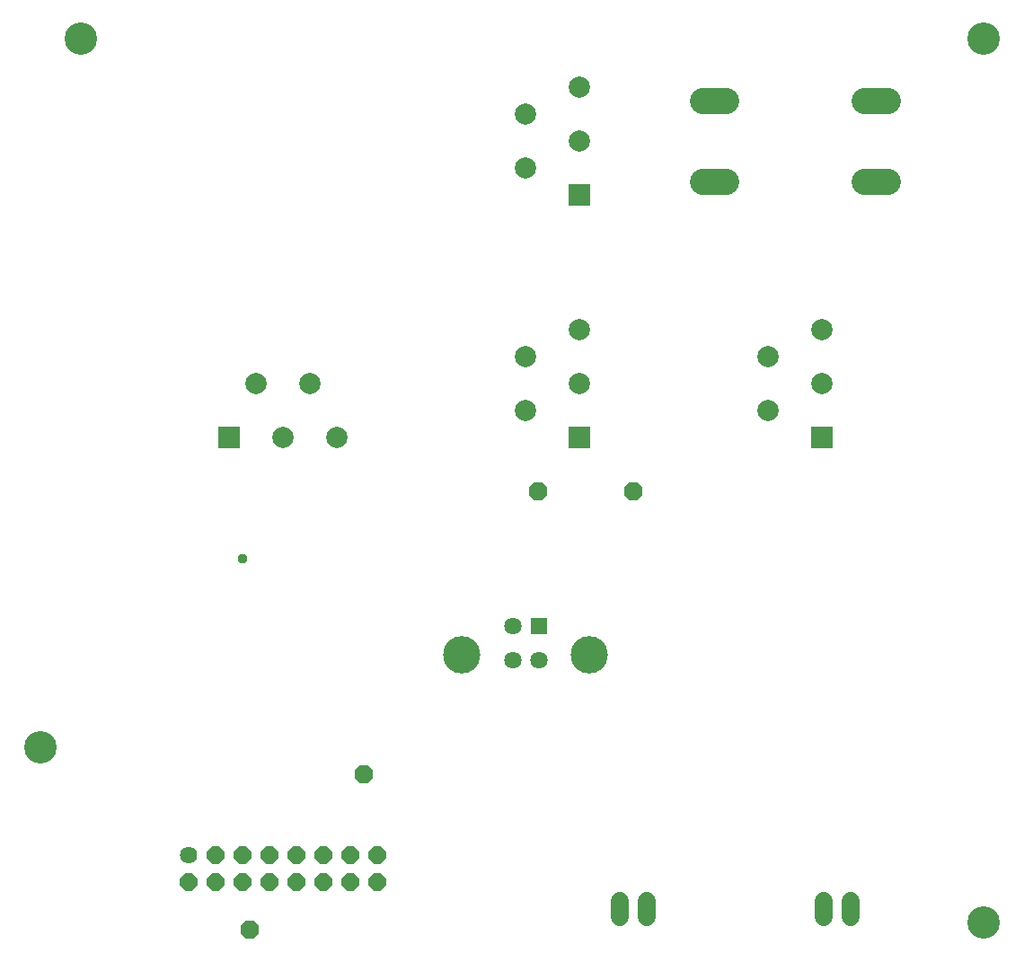
<source format=gbr>
G04 EAGLE Gerber RS-274X export*
G75*
%MOIN*%
%FSLAX34Y34*%
%LPD*%
%INSoldermask Bottom*%
%IPPOS*%
%AMOC8*
5,1,8,0,0,1.08239X$1,22.5*%
G01*
%ADD10C,0.120008*%
%ADD11C,0.064000*%
%ADD12P,0.069273X8X22.500000*%
%ADD13C,0.068000*%
%ADD14R,0.078866X0.078866*%
%ADD15C,0.078866*%
%ADD16C,0.064220*%
%ADD17R,0.064220X0.064220*%
%ADD18C,0.138551*%
%ADD19C,0.096500*%
%ADD20P,0.072921X8X202.500000*%
%ADD21C,0.037780*%


D10*
X34500Y35300D03*
X-500Y9000D03*
X1000Y35300D03*
X34500Y2500D03*
D11*
X5000Y5000D03*
D12*
X5000Y4000D03*
X6000Y5000D03*
X6000Y4000D03*
X7000Y5000D03*
X7000Y4000D03*
X8000Y5000D03*
X8000Y4000D03*
X9000Y5000D03*
X9000Y4000D03*
X10000Y5000D03*
X10000Y4000D03*
X11000Y5000D03*
X11000Y4000D03*
X12000Y5000D03*
X12000Y4000D03*
D13*
X28550Y3300D02*
X28550Y2700D01*
X29550Y2700D02*
X29550Y3300D01*
D14*
X19500Y29500D03*
D15*
X19500Y31500D03*
X19500Y33500D03*
X17500Y30500D03*
X17500Y32500D03*
D14*
X6500Y20500D03*
D15*
X8500Y20500D03*
X10500Y20500D03*
X7500Y22500D03*
X9500Y22500D03*
D14*
X19500Y20500D03*
D15*
X19500Y22500D03*
X19500Y24500D03*
X17500Y21500D03*
X17500Y23500D03*
D14*
X28500Y20500D03*
D15*
X28500Y22500D03*
X28500Y24500D03*
X26500Y21500D03*
X26500Y23500D03*
D13*
X21000Y3300D02*
X21000Y2700D01*
X22000Y2700D02*
X22000Y3300D01*
D16*
X17016Y13500D03*
D17*
X18000Y13500D03*
D16*
X18000Y12236D03*
X17016Y12236D03*
D18*
X15138Y12435D03*
X19878Y12435D03*
D19*
X30058Y30000D02*
X30943Y30000D01*
X24943Y30000D02*
X24058Y30000D01*
X24058Y33000D02*
X24943Y33000D01*
X30058Y33000D02*
X30943Y33000D01*
D20*
X21500Y18500D03*
X11500Y8000D03*
X7250Y2250D03*
X17950Y18500D03*
D21*
X7000Y16000D03*
M02*

</source>
